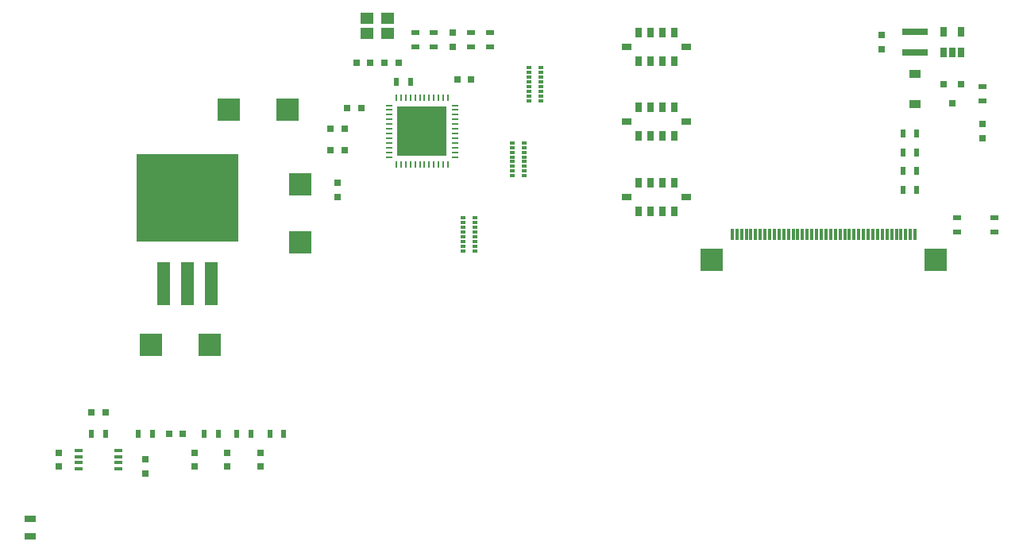
<source format=gbr>
G04 #@! TF.FileFunction,Paste,Top*
%FSLAX46Y46*%
G04 Gerber Fmt 4.6, Leading zero omitted, Abs format (unit mm)*
G04 Created by KiCad (PCBNEW 4.0.5+dfsg1-4~bpo8+1) date Mon Sep 25 13:54:36 2017*
%MOMM*%
%LPD*%
G01*
G04 APERTURE LIST*
%ADD10C,0.100000*%
%ADD11R,0.300000X1.200000*%
%ADD12R,2.400000X2.400000*%
%ADD13R,0.700000X1.000000*%
%ADD14R,1.000000X0.800000*%
%ADD15R,0.800000X0.750000*%
%ADD16R,2.430000X2.370000*%
%ADD17R,0.750000X0.800000*%
%ADD18R,2.370000X2.430000*%
%ADD19R,0.800100X0.800100*%
%ADD20R,2.700000X0.800000*%
%ADD21R,0.900000X0.500000*%
%ADD22R,0.500000X0.900000*%
%ADD23R,0.500000X0.350000*%
%ADD24R,1.390000X4.600000*%
%ADD25R,10.800000X9.400000*%
%ADD26O,0.750000X0.250000*%
%ADD27O,0.250000X0.750000*%
%ADD28R,5.300000X5.300000*%
%ADD29R,0.890000X0.420000*%
%ADD30R,1.399540X1.150620*%
%ADD31R,0.650000X1.060000*%
%ADD32R,1.220000X0.910000*%
%ADD33R,1.300000X0.700000*%
G04 APERTURE END LIST*
D10*
D11*
X164550000Y-81000000D03*
X164050000Y-81000000D03*
X163550000Y-81000000D03*
X163050000Y-81000000D03*
X162550000Y-81000000D03*
X162050000Y-81000000D03*
X161550000Y-81000000D03*
X161050000Y-81000000D03*
X160550000Y-81000000D03*
X160050000Y-81000000D03*
X159550000Y-81000000D03*
X159050000Y-81000000D03*
X158550000Y-81000000D03*
X158050000Y-81000000D03*
X157550000Y-81000000D03*
X157050000Y-81000000D03*
X156550000Y-81000000D03*
X156050000Y-81000000D03*
X155550000Y-81000000D03*
X155050000Y-81000000D03*
X154550000Y-81000000D03*
X154050000Y-81000000D03*
X153550000Y-81000000D03*
X153050000Y-81000000D03*
X152550000Y-81000000D03*
X152050000Y-81000000D03*
X151550000Y-81000000D03*
X151050000Y-81000000D03*
X150550000Y-81000000D03*
X150050000Y-81000000D03*
X149550000Y-81000000D03*
X149050000Y-81000000D03*
X148550000Y-81000000D03*
X148050000Y-81000000D03*
X147550000Y-81000000D03*
X147050000Y-81000000D03*
X146550000Y-81000000D03*
X146050000Y-81000000D03*
X145550000Y-81000000D03*
X145050000Y-81000000D03*
D12*
X166700000Y-83700000D03*
X142900000Y-83700000D03*
D13*
X135095000Y-59476000D03*
X136365000Y-59476000D03*
X137635000Y-59476000D03*
X138905000Y-59476000D03*
X135095000Y-62524000D03*
X136365000Y-62524000D03*
X137635000Y-62524000D03*
X138905000Y-62524000D03*
D14*
X133825000Y-61000000D03*
X140175000Y-61000000D03*
D13*
X135095000Y-67476000D03*
X136365000Y-67476000D03*
X137635000Y-67476000D03*
X138905000Y-67476000D03*
X135095000Y-70524000D03*
X136365000Y-70524000D03*
X137635000Y-70524000D03*
X138905000Y-70524000D03*
D14*
X133825000Y-69000000D03*
X140175000Y-69000000D03*
D13*
X135095000Y-75476000D03*
X136365000Y-75476000D03*
X137635000Y-75476000D03*
X138905000Y-75476000D03*
X135095000Y-78524000D03*
X136365000Y-78524000D03*
X137635000Y-78524000D03*
X138905000Y-78524000D03*
D14*
X133825000Y-77000000D03*
X140175000Y-77000000D03*
D15*
X105500000Y-67500000D03*
X104000000Y-67500000D03*
D16*
X99000000Y-81870000D03*
X99000000Y-75630000D03*
D17*
X115250000Y-59500000D03*
X115250000Y-61000000D03*
D15*
X108000000Y-62750000D03*
X109500000Y-62750000D03*
D18*
X91380000Y-67750000D03*
X97620000Y-67750000D03*
D15*
X115750000Y-64500000D03*
X117250000Y-64500000D03*
D17*
X103000000Y-75500000D03*
X103000000Y-77000000D03*
D15*
X106500000Y-62750000D03*
X105000000Y-62750000D03*
D18*
X83130000Y-92750000D03*
X89370000Y-92750000D03*
D17*
X94750000Y-104250000D03*
X94750000Y-105750000D03*
D15*
X103750000Y-72000000D03*
X102250000Y-72000000D03*
D17*
X91250000Y-104250000D03*
X91250000Y-105750000D03*
D15*
X103750000Y-69750000D03*
X102250000Y-69750000D03*
D17*
X87750000Y-104250000D03*
X87750000Y-105750000D03*
D15*
X85000000Y-102250000D03*
X86500000Y-102250000D03*
D17*
X82500000Y-105000000D03*
X82500000Y-106500000D03*
X161000000Y-59750000D03*
X161000000Y-61250000D03*
D15*
X76750000Y-100000000D03*
X78250000Y-100000000D03*
D17*
X73250000Y-105750000D03*
X73250000Y-104250000D03*
X171750000Y-69250000D03*
X171750000Y-70750000D03*
D19*
X169450000Y-64999240D03*
X167550000Y-64999240D03*
X168500000Y-66998220D03*
D20*
X164500000Y-59400000D03*
X164500000Y-61600000D03*
D21*
X113250000Y-61000000D03*
X113250000Y-59500000D03*
X117250000Y-61000000D03*
X117250000Y-59500000D03*
D22*
X110750000Y-64750000D03*
X109250000Y-64750000D03*
D21*
X119250000Y-61000000D03*
X119250000Y-59500000D03*
X111250000Y-61000000D03*
X111250000Y-59500000D03*
D22*
X95750000Y-102250000D03*
X97250000Y-102250000D03*
X92250000Y-102250000D03*
X93750000Y-102250000D03*
X88750000Y-102250000D03*
X90250000Y-102250000D03*
X81750000Y-102250000D03*
X83250000Y-102250000D03*
X76750000Y-102250000D03*
X78250000Y-102250000D03*
D21*
X171750000Y-65250000D03*
X171750000Y-66750000D03*
X169000000Y-79250000D03*
X169000000Y-80750000D03*
X173000000Y-79250000D03*
X173000000Y-80750000D03*
D22*
X164750000Y-76250000D03*
X163250000Y-76250000D03*
X164750000Y-74250000D03*
X163250000Y-74250000D03*
X164750000Y-72250000D03*
X163250000Y-72250000D03*
X164750000Y-70250000D03*
X163250000Y-70250000D03*
D23*
X123350000Y-63250000D03*
X123350000Y-63750000D03*
X123350000Y-64250000D03*
X123350000Y-64750000D03*
X123350000Y-65250000D03*
X123350000Y-65750000D03*
X123350000Y-66250000D03*
X123350000Y-66750000D03*
X124650000Y-66750000D03*
X124650000Y-66250000D03*
X124650000Y-65750000D03*
X124650000Y-65250000D03*
X124650000Y-64750000D03*
X124650000Y-64250000D03*
X124650000Y-63750000D03*
X124650000Y-63250000D03*
X121600000Y-71250000D03*
X121600000Y-71750000D03*
X121600000Y-72250000D03*
X121600000Y-72750000D03*
X121600000Y-73250000D03*
X121600000Y-73750000D03*
X121600000Y-74250000D03*
X121600000Y-74750000D03*
X122900000Y-74750000D03*
X122900000Y-74250000D03*
X122900000Y-73750000D03*
X122900000Y-73250000D03*
X122900000Y-72750000D03*
X122900000Y-72250000D03*
X122900000Y-71750000D03*
X122900000Y-71250000D03*
X116350000Y-79250000D03*
X116350000Y-79750000D03*
X116350000Y-80250000D03*
X116350000Y-80750000D03*
X116350000Y-81250000D03*
X116350000Y-81750000D03*
X116350000Y-82250000D03*
X116350000Y-82750000D03*
X117650000Y-82750000D03*
X117650000Y-82250000D03*
X117650000Y-81750000D03*
X117650000Y-81250000D03*
X117650000Y-80750000D03*
X117650000Y-80250000D03*
X117650000Y-79750000D03*
X117650000Y-79250000D03*
D24*
X87000000Y-86250000D03*
D25*
X87000000Y-77100000D03*
D24*
X89540000Y-86250000D03*
X84460000Y-86250000D03*
D26*
X115525000Y-69750000D03*
X115525000Y-70250000D03*
X115525000Y-70750000D03*
X115525000Y-71250000D03*
X115525000Y-71750000D03*
X115525000Y-72250000D03*
X115525000Y-72750000D03*
X115525000Y-69250000D03*
X115525000Y-68750000D03*
X115525000Y-68250000D03*
X115525000Y-67750000D03*
X108475000Y-67250000D03*
X108475000Y-67750000D03*
X108475000Y-68250000D03*
X108475000Y-68750000D03*
X108475000Y-69250000D03*
X108475000Y-69750000D03*
X108475000Y-70250000D03*
X108475000Y-70750000D03*
X108475000Y-71250000D03*
X108475000Y-71750000D03*
X108475000Y-72250000D03*
X108475000Y-72750000D03*
D27*
X112250000Y-66475000D03*
X112750000Y-66475000D03*
X113250000Y-66475000D03*
X113750000Y-66475000D03*
X114250000Y-66475000D03*
X114750000Y-66475000D03*
X111750000Y-66475000D03*
X111250000Y-66475000D03*
X110750000Y-66475000D03*
X110250000Y-66475000D03*
X109750000Y-66475000D03*
X109250000Y-66475000D03*
X114750000Y-73525000D03*
X114250000Y-73525000D03*
X113725000Y-73525000D03*
X113250000Y-73525000D03*
X112750000Y-73525000D03*
X112250000Y-73525000D03*
X111750000Y-73525000D03*
X111250000Y-73525000D03*
X110750000Y-73525000D03*
X110250000Y-73525000D03*
X109750000Y-73525000D03*
X109250000Y-73525000D03*
D26*
X115525000Y-67250000D03*
D28*
X112000000Y-70000000D03*
D29*
X79605000Y-105975000D03*
X79605000Y-105325000D03*
X79605000Y-104675000D03*
X79605000Y-104025000D03*
X75395000Y-104025000D03*
X75395000Y-104675000D03*
X75395000Y-105325000D03*
X75395000Y-105975000D03*
D30*
X108349820Y-59550100D03*
X106150180Y-59550100D03*
X108349820Y-57949900D03*
X106150180Y-57949900D03*
D31*
X167550000Y-61600000D03*
X168500000Y-61600000D03*
X169450000Y-61600000D03*
X169450000Y-59400000D03*
X167550000Y-59400000D03*
D32*
X164500000Y-67135000D03*
X164500000Y-63865000D03*
D33*
X70250000Y-111300000D03*
X70250000Y-113200000D03*
M02*

</source>
